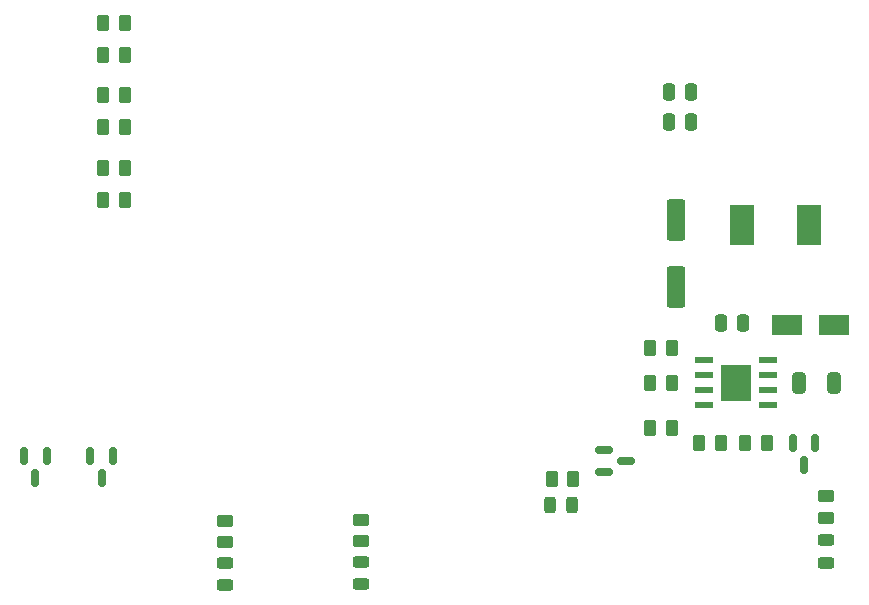
<source format=gbr>
%TF.GenerationSoftware,KiCad,Pcbnew,(6.0.0)*%
%TF.CreationDate,2022-01-09T15:33:56+08:00*%
%TF.ProjectId,orange_juice_board,6f72616e-6765-45f6-9a75-6963655f626f,rev?*%
%TF.SameCoordinates,Original*%
%TF.FileFunction,Paste,Top*%
%TF.FilePolarity,Positive*%
%FSLAX46Y46*%
G04 Gerber Fmt 4.6, Leading zero omitted, Abs format (unit mm)*
G04 Created by KiCad (PCBNEW (6.0.0)) date 2022-01-09 15:33:56*
%MOMM*%
%LPD*%
G01*
G04 APERTURE LIST*
G04 Aperture macros list*
%AMRoundRect*
0 Rectangle with rounded corners*
0 $1 Rounding radius*
0 $2 $3 $4 $5 $6 $7 $8 $9 X,Y pos of 4 corners*
0 Add a 4 corners polygon primitive as box body*
4,1,4,$2,$3,$4,$5,$6,$7,$8,$9,$2,$3,0*
0 Add four circle primitives for the rounded corners*
1,1,$1+$1,$2,$3*
1,1,$1+$1,$4,$5*
1,1,$1+$1,$6,$7*
1,1,$1+$1,$8,$9*
0 Add four rect primitives between the rounded corners*
20,1,$1+$1,$2,$3,$4,$5,0*
20,1,$1+$1,$4,$5,$6,$7,0*
20,1,$1+$1,$6,$7,$8,$9,0*
20,1,$1+$1,$8,$9,$2,$3,0*%
G04 Aperture macros list end*
%ADD10R,2.500000X1.800000*%
%ADD11RoundRect,0.243750X0.243750X0.456250X-0.243750X0.456250X-0.243750X-0.456250X0.243750X-0.456250X0*%
%ADD12RoundRect,0.243750X0.456250X-0.243750X0.456250X0.243750X-0.456250X0.243750X-0.456250X-0.243750X0*%
%ADD13RoundRect,0.250000X0.262500X0.450000X-0.262500X0.450000X-0.262500X-0.450000X0.262500X-0.450000X0*%
%ADD14RoundRect,0.150000X-0.150000X0.587500X-0.150000X-0.587500X0.150000X-0.587500X0.150000X0.587500X0*%
%ADD15RoundRect,0.250000X-0.262500X-0.450000X0.262500X-0.450000X0.262500X0.450000X-0.262500X0.450000X0*%
%ADD16RoundRect,0.150000X-0.587500X-0.150000X0.587500X-0.150000X0.587500X0.150000X-0.587500X0.150000X0*%
%ADD17RoundRect,0.250000X0.450000X-0.262500X0.450000X0.262500X-0.450000X0.262500X-0.450000X-0.262500X0*%
%ADD18RoundRect,0.250000X-0.450000X0.262500X-0.450000X-0.262500X0.450000X-0.262500X0.450000X0.262500X0*%
%ADD19R,2.000000X3.400000*%
%ADD20RoundRect,0.250000X-0.550000X1.500000X-0.550000X-1.500000X0.550000X-1.500000X0.550000X1.500000X0*%
%ADD21R,1.550000X0.600000*%
%ADD22R,2.600000X3.100000*%
%ADD23RoundRect,0.250000X-0.325000X-0.650000X0.325000X-0.650000X0.325000X0.650000X-0.325000X0.650000X0*%
%ADD24RoundRect,0.250000X0.250000X0.475000X-0.250000X0.475000X-0.250000X-0.475000X0.250000X-0.475000X0*%
%ADD25RoundRect,0.250000X-0.250000X-0.475000X0.250000X-0.475000X0.250000X0.475000X-0.250000X0.475000X0*%
G04 APERTURE END LIST*
D10*
%TO.C,D5*%
X179542000Y-98026000D03*
X183542000Y-98026000D03*
%TD*%
D11*
%TO.C,D4*%
X159542000Y-113226000D03*
X161417000Y-113226000D03*
%TD*%
D12*
%TO.C,D3*%
X143500000Y-118062500D03*
X143500000Y-119937500D03*
%TD*%
D13*
%TO.C,R5*%
X123525000Y-75100000D03*
X121700000Y-75100000D03*
%TD*%
D14*
%TO.C,Q2*%
X116900000Y-109062500D03*
X115000000Y-109062500D03*
X115950000Y-110937500D03*
%TD*%
D15*
%TO.C,R10*%
X159675000Y-111000000D03*
X161500000Y-111000000D03*
%TD*%
D16*
%TO.C,Q4*%
X165937500Y-109500000D03*
X164062500Y-110450000D03*
X164062500Y-108550000D03*
%TD*%
D13*
%TO.C,R6*%
X123525000Y-72390000D03*
X121700000Y-72390000D03*
%TD*%
%TO.C,R15*%
X123525000Y-84700000D03*
X121700000Y-84700000D03*
%TD*%
D17*
%TO.C,R7*%
X143500000Y-116325000D03*
X143500000Y-114500000D03*
%TD*%
D13*
%TO.C,R14*%
X123525000Y-87400000D03*
X121700000Y-87400000D03*
%TD*%
%TO.C,R9*%
X123500000Y-78500000D03*
X121675000Y-78500000D03*
%TD*%
D17*
%TO.C,R4*%
X132000000Y-114587500D03*
X132000000Y-116412500D03*
%TD*%
D12*
%TO.C,D2*%
X132000000Y-118125000D03*
X132000000Y-120000000D03*
%TD*%
D14*
%TO.C,Q3*%
X121550000Y-110937500D03*
X120600000Y-109062500D03*
X122500000Y-109062500D03*
%TD*%
D13*
%TO.C,R8*%
X123512500Y-81200000D03*
X121687500Y-81200000D03*
%TD*%
%TO.C,R2*%
X177847000Y-107950000D03*
X176022000Y-107950000D03*
%TD*%
D12*
%TO.C,D1*%
X182880000Y-118110000D03*
X182880000Y-116235000D03*
%TD*%
D14*
%TO.C,Q1*%
X181036000Y-109825000D03*
X180086000Y-107950000D03*
X181986000Y-107950000D03*
%TD*%
D13*
%TO.C,R3*%
X173990000Y-107950000D03*
X172165000Y-107950000D03*
%TD*%
D18*
%TO.C,R1*%
X182880000Y-112475000D03*
X182880000Y-114300000D03*
%TD*%
D19*
%TO.C,L1*%
X181442000Y-89526000D03*
X175742000Y-89526000D03*
%TD*%
D20*
%TO.C,C5*%
X170180000Y-89148000D03*
X170180000Y-94748000D03*
%TD*%
D21*
%TO.C,U1*%
X172560000Y-100965000D03*
X172560000Y-102235000D03*
X172560000Y-103505000D03*
X172560000Y-104775000D03*
X177960000Y-104775000D03*
X177960000Y-103505000D03*
X177960000Y-102235000D03*
X177960000Y-100965000D03*
D22*
X175260000Y-102870000D03*
%TD*%
D23*
%TO.C,C2*%
X180594000Y-102870000D03*
X183544000Y-102870000D03*
%TD*%
D15*
%TO.C,R13*%
X167997500Y-106680000D03*
X169822500Y-106680000D03*
%TD*%
D13*
%TO.C,R12*%
X169822500Y-102870000D03*
X167997500Y-102870000D03*
%TD*%
D24*
%TO.C,C3*%
X169575400Y-80772000D03*
X171475400Y-80772000D03*
%TD*%
%TO.C,C1*%
X169550000Y-78232000D03*
X171450000Y-78232000D03*
%TD*%
D25*
%TO.C,C4*%
X173990000Y-97790000D03*
X175890000Y-97790000D03*
%TD*%
D15*
%TO.C,R11*%
X167997500Y-99972500D03*
X169822500Y-99972500D03*
%TD*%
M02*

</source>
